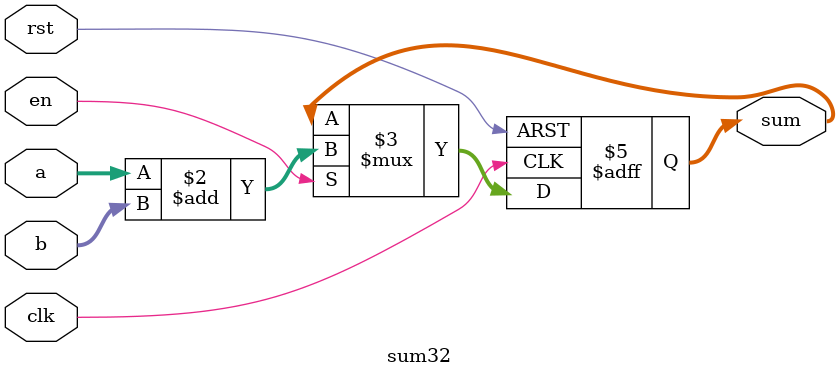
<source format=v>
module sum32 (
    input wire clk,               
    input wire rst,              
    input wire en,                
    input wire [31:0] a,          
    input wire [31:0] b,         
    output reg [31:0] sum      
);
    always @(posedge clk or posedge rst) begin
        if (rst)
            sum <= 32'b0;   
        else if (en)
            sum <= a + b;        
    end
endmodule

</source>
